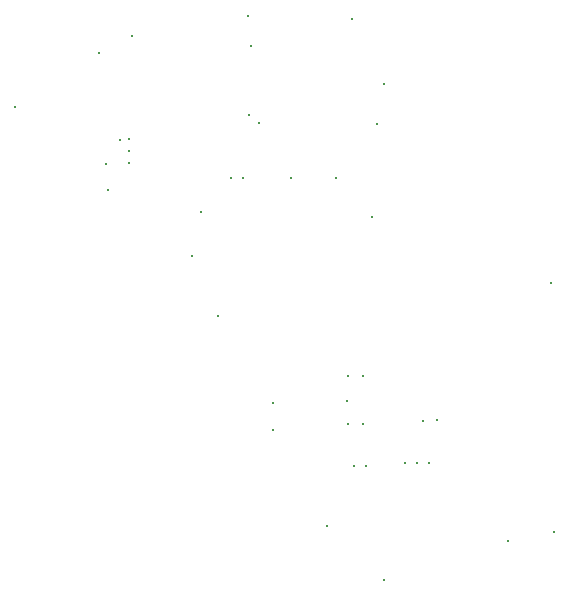
<source format=gbr>
%FSTAX23Y23*%
%MOMM*%
%SFA1B1*%

%IPPOS*%
%ADD42C,0.299999*%
%LNthrottlerlidpcb_filling-1*%
%LPD*%
G54D42*
X-42418Y35306D03*
Y33274D03*
X-20828Y-02032D03*
X-17018Y07874D03*
X-18034D03*
X-1905D03*
X-10391Y0127D03*
X-06487Y02032D03*
X-23994Y13151D03*
X-44393Y33154D03*
X-44196Y30988D03*
X-32395Y4572D03*
X-32118Y43194D03*
X-5207Y38056D03*
X-23876Y1524D03*
X-22606D03*
X-16342Y11516D03*
X-17526Y1143D03*
X-42197Y44051D03*
X-37084Y254D03*
X-22606Y11176D03*
X-25654Y0254D03*
X-20828Y39993D03*
X-21423Y36613D03*
X-06741Y23114D03*
X-34935Y2032D03*
X-23578Y45466D03*
X-21844Y28702D03*
X-36322Y29086D03*
X-32258Y37338D03*
X-33782Y32004D03*
X-42418Y3429D03*
X-43228Y35223D03*
X-32766Y32004D03*
X-28702D03*
X-24892D03*
X-3143Y36641D03*
X-22352Y0762D03*
X-30226Y10701D03*
Y12987D03*
X-23368Y0762D03*
X-23876Y11176D03*
X-44958Y42628D03*
M02*
</source>
